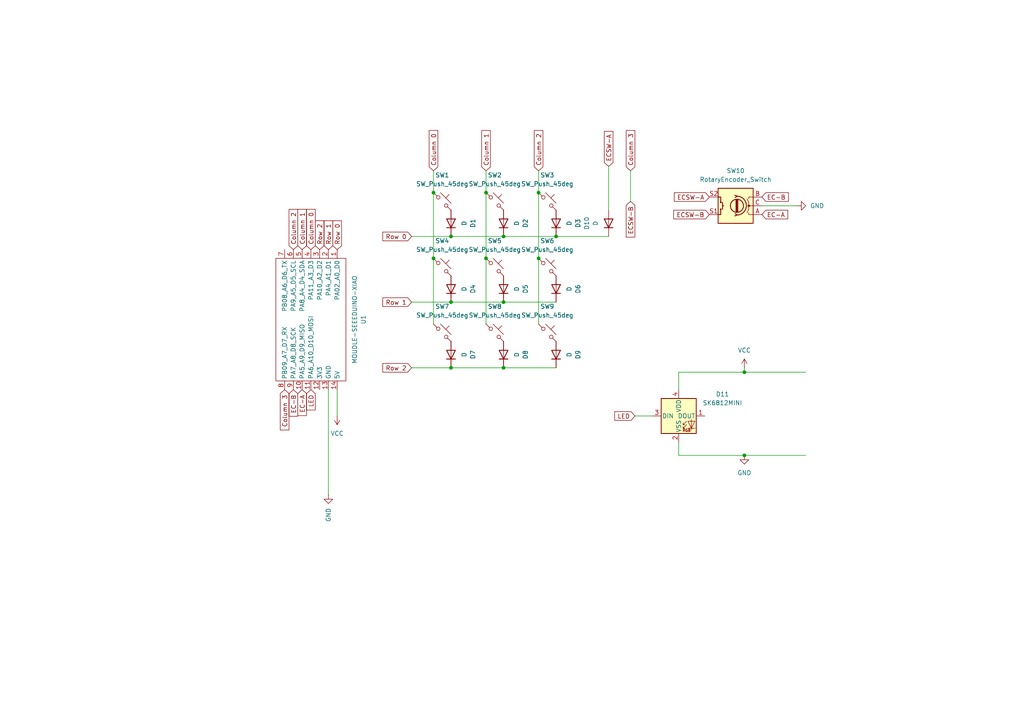
<source format=kicad_sch>
(kicad_sch
	(version 20231120)
	(generator "eeschema")
	(generator_version "8.0")
	(uuid "fbd997db-f4ec-4f9f-b7d0-0ba808154a89")
	(paper "A4")
	(lib_symbols
		(symbol "Device:D"
			(pin_numbers hide)
			(pin_names
				(offset 1.016) hide)
			(exclude_from_sim no)
			(in_bom yes)
			(on_board yes)
			(property "Reference" "D"
				(at 0 2.54 0)
				(effects
					(font
						(size 1.27 1.27)
					)
				)
			)
			(property "Value" "D"
				(at 0 -2.54 0)
				(effects
					(font
						(size 1.27 1.27)
					)
				)
			)
			(property "Footprint" ""
				(at 0 0 0)
				(effects
					(font
						(size 1.27 1.27)
					)
					(hide yes)
				)
			)
			(property "Datasheet" "~"
				(at 0 0 0)
				(effects
					(font
						(size 1.27 1.27)
					)
					(hide yes)
				)
			)
			(property "Description" "Diode"
				(at 0 0 0)
				(effects
					(font
						(size 1.27 1.27)
					)
					(hide yes)
				)
			)
			(property "Sim.Device" "D"
				(at 0 0 0)
				(effects
					(font
						(size 1.27 1.27)
					)
					(hide yes)
				)
			)
			(property "Sim.Pins" "1=K 2=A"
				(at 0 0 0)
				(effects
					(font
						(size 1.27 1.27)
					)
					(hide yes)
				)
			)
			(property "ki_keywords" "diode"
				(at 0 0 0)
				(effects
					(font
						(size 1.27 1.27)
					)
					(hide yes)
				)
			)
			(property "ki_fp_filters" "TO-???* *_Diode_* *SingleDiode* D_*"
				(at 0 0 0)
				(effects
					(font
						(size 1.27 1.27)
					)
					(hide yes)
				)
			)
			(symbol "D_0_1"
				(polyline
					(pts
						(xy -1.27 1.27) (xy -1.27 -1.27)
					)
					(stroke
						(width 0.254)
						(type default)
					)
					(fill
						(type none)
					)
				)
				(polyline
					(pts
						(xy 1.27 0) (xy -1.27 0)
					)
					(stroke
						(width 0)
						(type default)
					)
					(fill
						(type none)
					)
				)
				(polyline
					(pts
						(xy 1.27 1.27) (xy 1.27 -1.27) (xy -1.27 0) (xy 1.27 1.27)
					)
					(stroke
						(width 0.254)
						(type default)
					)
					(fill
						(type none)
					)
				)
			)
			(symbol "D_1_1"
				(pin passive line
					(at -3.81 0 0)
					(length 2.54)
					(name "K"
						(effects
							(font
								(size 1.27 1.27)
							)
						)
					)
					(number "1"
						(effects
							(font
								(size 1.27 1.27)
							)
						)
					)
				)
				(pin passive line
					(at 3.81 0 180)
					(length 2.54)
					(name "A"
						(effects
							(font
								(size 1.27 1.27)
							)
						)
					)
					(number "2"
						(effects
							(font
								(size 1.27 1.27)
							)
						)
					)
				)
			)
		)
		(symbol "Device:RotaryEncoder_Switch"
			(pin_names
				(offset 0.254) hide)
			(exclude_from_sim no)
			(in_bom yes)
			(on_board yes)
			(property "Reference" "SW"
				(at 0 6.604 0)
				(effects
					(font
						(size 1.27 1.27)
					)
				)
			)
			(property "Value" "RotaryEncoder_Switch"
				(at 0 -6.604 0)
				(effects
					(font
						(size 1.27 1.27)
					)
				)
			)
			(property "Footprint" ""
				(at -3.81 4.064 0)
				(effects
					(font
						(size 1.27 1.27)
					)
					(hide yes)
				)
			)
			(property "Datasheet" "~"
				(at 0 6.604 0)
				(effects
					(font
						(size 1.27 1.27)
					)
					(hide yes)
				)
			)
			(property "Description" "Rotary encoder, dual channel, incremental quadrate outputs, with switch"
				(at 0 0 0)
				(effects
					(font
						(size 1.27 1.27)
					)
					(hide yes)
				)
			)
			(property "ki_keywords" "rotary switch encoder switch push button"
				(at 0 0 0)
				(effects
					(font
						(size 1.27 1.27)
					)
					(hide yes)
				)
			)
			(property "ki_fp_filters" "RotaryEncoder*Switch*"
				(at 0 0 0)
				(effects
					(font
						(size 1.27 1.27)
					)
					(hide yes)
				)
			)
			(symbol "RotaryEncoder_Switch_0_1"
				(rectangle
					(start -5.08 5.08)
					(end 5.08 -5.08)
					(stroke
						(width 0.254)
						(type default)
					)
					(fill
						(type background)
					)
				)
				(circle
					(center -3.81 0)
					(radius 0.254)
					(stroke
						(width 0)
						(type default)
					)
					(fill
						(type outline)
					)
				)
				(circle
					(center -0.381 0)
					(radius 1.905)
					(stroke
						(width 0.254)
						(type default)
					)
					(fill
						(type none)
					)
				)
				(arc
					(start -0.381 2.667)
					(mid -3.0988 -0.0635)
					(end -0.381 -2.794)
					(stroke
						(width 0.254)
						(type default)
					)
					(fill
						(type none)
					)
				)
				(polyline
					(pts
						(xy -0.635 -1.778) (xy -0.635 1.778)
					)
					(stroke
						(width 0.254)
						(type default)
					)
					(fill
						(type none)
					)
				)
				(polyline
					(pts
						(xy -0.381 -1.778) (xy -0.381 1.778)
					)
					(stroke
						(width 0.254)
						(type default)
					)
					(fill
						(type none)
					)
				)
				(polyline
					(pts
						(xy -0.127 1.778) (xy -0.127 -1.778)
					)
					(stroke
						(width 0.254)
						(type default)
					)
					(fill
						(type none)
					)
				)
				(polyline
					(pts
						(xy 3.81 0) (xy 3.429 0)
					)
					(stroke
						(width 0.254)
						(type default)
					)
					(fill
						(type none)
					)
				)
				(polyline
					(pts
						(xy 3.81 1.016) (xy 3.81 -1.016)
					)
					(stroke
						(width 0.254)
						(type default)
					)
					(fill
						(type none)
					)
				)
				(polyline
					(pts
						(xy -5.08 -2.54) (xy -3.81 -2.54) (xy -3.81 -2.032)
					)
					(stroke
						(width 0)
						(type default)
					)
					(fill
						(type none)
					)
				)
				(polyline
					(pts
						(xy -5.08 2.54) (xy -3.81 2.54) (xy -3.81 2.032)
					)
					(stroke
						(width 0)
						(type default)
					)
					(fill
						(type none)
					)
				)
				(polyline
					(pts
						(xy 0.254 -3.048) (xy -0.508 -2.794) (xy 0.127 -2.413)
					)
					(stroke
						(width 0.254)
						(type default)
					)
					(fill
						(type none)
					)
				)
				(polyline
					(pts
						(xy 0.254 2.921) (xy -0.508 2.667) (xy 0.127 2.286)
					)
					(stroke
						(width 0.254)
						(type default)
					)
					(fill
						(type none)
					)
				)
				(polyline
					(pts
						(xy 5.08 -2.54) (xy 4.318 -2.54) (xy 4.318 -1.016)
					)
					(stroke
						(width 0.254)
						(type default)
					)
					(fill
						(type none)
					)
				)
				(polyline
					(pts
						(xy 5.08 2.54) (xy 4.318 2.54) (xy 4.318 1.016)
					)
					(stroke
						(width 0.254)
						(type default)
					)
					(fill
						(type none)
					)
				)
				(polyline
					(pts
						(xy -5.08 0) (xy -3.81 0) (xy -3.81 -1.016) (xy -3.302 -2.032)
					)
					(stroke
						(width 0)
						(type default)
					)
					(fill
						(type none)
					)
				)
				(polyline
					(pts
						(xy -4.318 0) (xy -3.81 0) (xy -3.81 1.016) (xy -3.302 2.032)
					)
					(stroke
						(width 0)
						(type default)
					)
					(fill
						(type none)
					)
				)
				(circle
					(center 4.318 -1.016)
					(radius 0.127)
					(stroke
						(width 0.254)
						(type default)
					)
					(fill
						(type none)
					)
				)
				(circle
					(center 4.318 1.016)
					(radius 0.127)
					(stroke
						(width 0.254)
						(type default)
					)
					(fill
						(type none)
					)
				)
			)
			(symbol "RotaryEncoder_Switch_1_1"
				(pin passive line
					(at -7.62 2.54 0)
					(length 2.54)
					(name "A"
						(effects
							(font
								(size 1.27 1.27)
							)
						)
					)
					(number "A"
						(effects
							(font
								(size 1.27 1.27)
							)
						)
					)
				)
				(pin passive line
					(at -7.62 -2.54 0)
					(length 2.54)
					(name "B"
						(effects
							(font
								(size 1.27 1.27)
							)
						)
					)
					(number "B"
						(effects
							(font
								(size 1.27 1.27)
							)
						)
					)
				)
				(pin passive line
					(at -7.62 0 0)
					(length 2.54)
					(name "C"
						(effects
							(font
								(size 1.27 1.27)
							)
						)
					)
					(number "C"
						(effects
							(font
								(size 1.27 1.27)
							)
						)
					)
				)
				(pin passive line
					(at 7.62 2.54 180)
					(length 2.54)
					(name "S1"
						(effects
							(font
								(size 1.27 1.27)
							)
						)
					)
					(number "S1"
						(effects
							(font
								(size 1.27 1.27)
							)
						)
					)
				)
				(pin passive line
					(at 7.62 -2.54 180)
					(length 2.54)
					(name "S2"
						(effects
							(font
								(size 1.27 1.27)
							)
						)
					)
					(number "S2"
						(effects
							(font
								(size 1.27 1.27)
							)
						)
					)
				)
			)
		)
		(symbol "LED:SK6812MINI"
			(pin_names
				(offset 0.254)
			)
			(exclude_from_sim no)
			(in_bom yes)
			(on_board yes)
			(property "Reference" "D"
				(at 5.08 5.715 0)
				(effects
					(font
						(size 1.27 1.27)
					)
					(justify right bottom)
				)
			)
			(property "Value" "SK6812MINI"
				(at 1.27 -5.715 0)
				(effects
					(font
						(size 1.27 1.27)
					)
					(justify left top)
				)
			)
			(property "Footprint" "LED_SMD:LED_SK6812MINI_PLCC4_3.5x3.5mm_P1.75mm"
				(at 1.27 -7.62 0)
				(effects
					(font
						(size 1.27 1.27)
					)
					(justify left top)
					(hide yes)
				)
			)
			(property "Datasheet" "https://cdn-shop.adafruit.com/product-files/2686/SK6812MINI_REV.01-1-2.pdf"
				(at 2.54 -9.525 0)
				(effects
					(font
						(size 1.27 1.27)
					)
					(justify left top)
					(hide yes)
				)
			)
			(property "Description" "RGB LED with integrated controller"
				(at 0 0 0)
				(effects
					(font
						(size 1.27 1.27)
					)
					(hide yes)
				)
			)
			(property "ki_keywords" "RGB LED NeoPixel Mini addressable"
				(at 0 0 0)
				(effects
					(font
						(size 1.27 1.27)
					)
					(hide yes)
				)
			)
			(property "ki_fp_filters" "LED*SK6812MINI*PLCC*3.5x3.5mm*P1.75mm*"
				(at 0 0 0)
				(effects
					(font
						(size 1.27 1.27)
					)
					(hide yes)
				)
			)
			(symbol "SK6812MINI_0_0"
				(text "RGB"
					(at 2.286 -4.191 0)
					(effects
						(font
							(size 0.762 0.762)
						)
					)
				)
			)
			(symbol "SK6812MINI_0_1"
				(polyline
					(pts
						(xy 1.27 -3.556) (xy 1.778 -3.556)
					)
					(stroke
						(width 0)
						(type default)
					)
					(fill
						(type none)
					)
				)
				(polyline
					(pts
						(xy 1.27 -2.54) (xy 1.778 -2.54)
					)
					(stroke
						(width 0)
						(type default)
					)
					(fill
						(type none)
					)
				)
				(polyline
					(pts
						(xy 4.699 -3.556) (xy 2.667 -3.556)
					)
					(stroke
						(width 0)
						(type default)
					)
					(fill
						(type none)
					)
				)
				(polyline
					(pts
						(xy 2.286 -2.54) (xy 1.27 -3.556) (xy 1.27 -3.048)
					)
					(stroke
						(width 0)
						(type default)
					)
					(fill
						(type none)
					)
				)
				(polyline
					(pts
						(xy 2.286 -1.524) (xy 1.27 -2.54) (xy 1.27 -2.032)
					)
					(stroke
						(width 0)
						(type default)
					)
					(fill
						(type none)
					)
				)
				(polyline
					(pts
						(xy 3.683 -1.016) (xy 3.683 -3.556) (xy 3.683 -4.064)
					)
					(stroke
						(width 0)
						(type default)
					)
					(fill
						(type none)
					)
				)
				(polyline
					(pts
						(xy 4.699 -1.524) (xy 2.667 -1.524) (xy 3.683 -3.556) (xy 4.699 -1.524)
					)
					(stroke
						(width 0)
						(type default)
					)
					(fill
						(type none)
					)
				)
				(rectangle
					(start 5.08 5.08)
					(end -5.08 -5.08)
					(stroke
						(width 0.254)
						(type default)
					)
					(fill
						(type background)
					)
				)
			)
			(symbol "SK6812MINI_1_1"
				(pin output line
					(at 7.62 0 180)
					(length 2.54)
					(name "DOUT"
						(effects
							(font
								(size 1.27 1.27)
							)
						)
					)
					(number "1"
						(effects
							(font
								(size 1.27 1.27)
							)
						)
					)
				)
				(pin power_in line
					(at 0 -7.62 90)
					(length 2.54)
					(name "VSS"
						(effects
							(font
								(size 1.27 1.27)
							)
						)
					)
					(number "2"
						(effects
							(font
								(size 1.27 1.27)
							)
						)
					)
				)
				(pin input line
					(at -7.62 0 0)
					(length 2.54)
					(name "DIN"
						(effects
							(font
								(size 1.27 1.27)
							)
						)
					)
					(number "3"
						(effects
							(font
								(size 1.27 1.27)
							)
						)
					)
				)
				(pin power_in line
					(at 0 7.62 270)
					(length 2.54)
					(name "VDD"
						(effects
							(font
								(size 1.27 1.27)
							)
						)
					)
					(number "4"
						(effects
							(font
								(size 1.27 1.27)
							)
						)
					)
				)
			)
		)
		(symbol "MOUDLE-SEEEDUINO-XIAO:MOUDLE-SEEEDUINO-XIAO"
			(exclude_from_sim no)
			(in_bom yes)
			(on_board yes)
			(property "Reference" "U"
				(at -16.51 11.43 0)
				(effects
					(font
						(size 1.27 1.27)
					)
				)
			)
			(property "Value" "MOUDLE-SEEEDUINO-XIAO"
				(at -3.81 -11.43 0)
				(effects
					(font
						(size 1.27 1.27)
					)
				)
			)
			(property "Footprint" ""
				(at -16.51 2.54 0)
				(effects
					(font
						(size 1.27 1.27)
					)
					(hide yes)
				)
			)
			(property "Datasheet" ""
				(at -16.51 2.54 0)
				(effects
					(font
						(size 1.27 1.27)
					)
					(hide yes)
				)
			)
			(property "Description" ""
				(at 0 0 0)
				(effects
					(font
						(size 1.27 1.27)
					)
					(hide yes)
				)
			)
			(symbol "MOUDLE-SEEEDUINO-XIAO_0_1"
				(rectangle
					(start -16.51 10.16)
					(end 19.05 -10.16)
					(stroke
						(width 0)
						(type default)
					)
					(fill
						(type none)
					)
				)
			)
			(symbol "MOUDLE-SEEEDUINO-XIAO_1_1"
				(pin passive line
					(at -19.05 7.62 0)
					(length 2.54)
					(name "PA02_A0_D0"
						(effects
							(font
								(size 1.27 1.27)
							)
						)
					)
					(number "1"
						(effects
							(font
								(size 1.27 1.27)
							)
						)
					)
				)
				(pin passive line
					(at 21.59 -2.54 180)
					(length 2.54)
					(name "PA5_A9_D9_MISO"
						(effects
							(font
								(size 1.27 1.27)
							)
						)
					)
					(number "10"
						(effects
							(font
								(size 1.27 1.27)
							)
						)
					)
				)
				(pin passive line
					(at 21.59 0 180)
					(length 2.54)
					(name "PA6_A10_D10_MOSI"
						(effects
							(font
								(size 1.27 1.27)
							)
						)
					)
					(number "11"
						(effects
							(font
								(size 1.27 1.27)
							)
						)
					)
				)
				(pin passive line
					(at 21.59 2.54 180)
					(length 2.54)
					(name "3V3"
						(effects
							(font
								(size 1.27 1.27)
							)
						)
					)
					(number "12"
						(effects
							(font
								(size 1.27 1.27)
							)
						)
					)
				)
				(pin passive line
					(at 21.59 5.08 180)
					(length 2.54)
					(name "GND"
						(effects
							(font
								(size 1.27 1.27)
							)
						)
					)
					(number "13"
						(effects
							(font
								(size 1.27 1.27)
							)
						)
					)
				)
				(pin passive line
					(at 21.59 7.62 180)
					(length 2.54)
					(name "5V"
						(effects
							(font
								(size 1.27 1.27)
							)
						)
					)
					(number "14"
						(effects
							(font
								(size 1.27 1.27)
							)
						)
					)
				)
				(pin passive line
					(at -19.05 5.08 0)
					(length 2.54)
					(name "PA4_A1_D1"
						(effects
							(font
								(size 1.27 1.27)
							)
						)
					)
					(number "2"
						(effects
							(font
								(size 1.27 1.27)
							)
						)
					)
				)
				(pin passive line
					(at -19.05 2.54 0)
					(length 2.54)
					(name "PA10_A2_D2"
						(effects
							(font
								(size 1.27 1.27)
							)
						)
					)
					(number "3"
						(effects
							(font
								(size 1.27 1.27)
							)
						)
					)
				)
				(pin passive line
					(at -19.05 0 0)
					(length 2.54)
					(name "PA11_A3_D3"
						(effects
							(font
								(size 1.27 1.27)
							)
						)
					)
					(number "4"
						(effects
							(font
								(size 1.27 1.27)
							)
						)
					)
				)
				(pin passive line
					(at -19.05 -2.54 0)
					(length 2.54)
					(name "PA8_A4_D4_SDA"
						(effects
							(font
								(size 1.27 1.27)
							)
						)
					)
					(number "5"
						(effects
							(font
								(size 1.27 1.27)
							)
						)
					)
				)
				(pin passive line
					(at -19.05 -5.08 0)
					(length 2.54)
					(name "PA9_A5_D5_SCL"
						(effects
							(font
								(size 1.27 1.27)
							)
						)
					)
					(number "6"
						(effects
							(font
								(size 1.27 1.27)
							)
						)
					)
				)
				(pin passive line
					(at -19.05 -7.62 0)
					(length 2.54)
					(name "PB08_A6_D6_TX"
						(effects
							(font
								(size 1.27 1.27)
							)
						)
					)
					(number "7"
						(effects
							(font
								(size 1.27 1.27)
							)
						)
					)
				)
				(pin passive line
					(at 21.59 -7.62 180)
					(length 2.54)
					(name "PB09_A7_D7_RX"
						(effects
							(font
								(size 1.27 1.27)
							)
						)
					)
					(number "8"
						(effects
							(font
								(size 1.27 1.27)
							)
						)
					)
				)
				(pin passive line
					(at 21.59 -5.08 180)
					(length 2.54)
					(name "PA7_A8_D8_SCK"
						(effects
							(font
								(size 1.27 1.27)
							)
						)
					)
					(number "9"
						(effects
							(font
								(size 1.27 1.27)
							)
						)
					)
				)
			)
		)
		(symbol "Switch:SW_Push_45deg"
			(pin_numbers hide)
			(pin_names
				(offset 1.016) hide)
			(exclude_from_sim no)
			(in_bom yes)
			(on_board yes)
			(property "Reference" "SW"
				(at 3.048 1.016 0)
				(effects
					(font
						(size 1.27 1.27)
					)
					(justify left)
				)
			)
			(property "Value" "SW_Push_45deg"
				(at 0 -3.81 0)
				(effects
					(font
						(size 1.27 1.27)
					)
				)
			)
			(property "Footprint" ""
				(at 0 0 0)
				(effects
					(font
						(size 1.27 1.27)
					)
					(hide yes)
				)
			)
			(property "Datasheet" "~"
				(at 0 0 0)
				(effects
					(font
						(size 1.27 1.27)
					)
					(hide yes)
				)
			)
			(property "Description" "Push button switch, normally open, two pins, 45° tilted"
				(at 0 0 0)
				(effects
					(font
						(size 1.27 1.27)
					)
					(hide yes)
				)
			)
			(property "ki_keywords" "switch normally-open pushbutton push-button"
				(at 0 0 0)
				(effects
					(font
						(size 1.27 1.27)
					)
					(hide yes)
				)
			)
			(symbol "SW_Push_45deg_0_1"
				(circle
					(center -1.1684 1.1684)
					(radius 0.508)
					(stroke
						(width 0)
						(type default)
					)
					(fill
						(type none)
					)
				)
				(polyline
					(pts
						(xy -0.508 2.54) (xy 2.54 -0.508)
					)
					(stroke
						(width 0)
						(type default)
					)
					(fill
						(type none)
					)
				)
				(polyline
					(pts
						(xy 1.016 1.016) (xy 2.032 2.032)
					)
					(stroke
						(width 0)
						(type default)
					)
					(fill
						(type none)
					)
				)
				(polyline
					(pts
						(xy -2.54 2.54) (xy -1.524 1.524) (xy -1.524 1.524)
					)
					(stroke
						(width 0)
						(type default)
					)
					(fill
						(type none)
					)
				)
				(polyline
					(pts
						(xy 1.524 -1.524) (xy 2.54 -2.54) (xy 2.54 -2.54) (xy 2.54 -2.54)
					)
					(stroke
						(width 0)
						(type default)
					)
					(fill
						(type none)
					)
				)
				(circle
					(center 1.143 -1.1938)
					(radius 0.508)
					(stroke
						(width 0)
						(type default)
					)
					(fill
						(type none)
					)
				)
				(pin passive line
					(at -2.54 2.54 0)
					(length 0)
					(name "1"
						(effects
							(font
								(size 1.27 1.27)
							)
						)
					)
					(number "1"
						(effects
							(font
								(size 1.27 1.27)
							)
						)
					)
				)
				(pin passive line
					(at 2.54 -2.54 180)
					(length 0)
					(name "2"
						(effects
							(font
								(size 1.27 1.27)
							)
						)
					)
					(number "2"
						(effects
							(font
								(size 1.27 1.27)
							)
						)
					)
				)
			)
		)
		(symbol "power:GND"
			(power)
			(pin_numbers hide)
			(pin_names
				(offset 0) hide)
			(exclude_from_sim no)
			(in_bom yes)
			(on_board yes)
			(property "Reference" "#PWR"
				(at 0 -6.35 0)
				(effects
					(font
						(size 1.27 1.27)
					)
					(hide yes)
				)
			)
			(property "Value" "GND"
				(at 0 -3.81 0)
				(effects
					(font
						(size 1.27 1.27)
					)
				)
			)
			(property "Footprint" ""
				(at 0 0 0)
				(effects
					(font
						(size 1.27 1.27)
					)
					(hide yes)
				)
			)
			(property "Datasheet" ""
				(at 0 0 0)
				(effects
					(font
						(size 1.27 1.27)
					)
					(hide yes)
				)
			)
			(property "Description" "Power symbol creates a global label with name \"GND\" , ground"
				(at 0 0 0)
				(effects
					(font
						(size 1.27 1.27)
					)
					(hide yes)
				)
			)
			(property "ki_keywords" "global power"
				(at 0 0 0)
				(effects
					(font
						(size 1.27 1.27)
					)
					(hide yes)
				)
			)
			(symbol "GND_0_1"
				(polyline
					(pts
						(xy 0 0) (xy 0 -1.27) (xy 1.27 -1.27) (xy 0 -2.54) (xy -1.27 -1.27) (xy 0 -1.27)
					)
					(stroke
						(width 0)
						(type default)
					)
					(fill
						(type none)
					)
				)
			)
			(symbol "GND_1_1"
				(pin power_in line
					(at 0 0 270)
					(length 0)
					(name "~"
						(effects
							(font
								(size 1.27 1.27)
							)
						)
					)
					(number "1"
						(effects
							(font
								(size 1.27 1.27)
							)
						)
					)
				)
			)
		)
		(symbol "power:VCC"
			(power)
			(pin_numbers hide)
			(pin_names
				(offset 0) hide)
			(exclude_from_sim no)
			(in_bom yes)
			(on_board yes)
			(property "Reference" "#PWR"
				(at 0 -3.81 0)
				(effects
					(font
						(size 1.27 1.27)
					)
					(hide yes)
				)
			)
			(property "Value" "VCC"
				(at 0 3.556 0)
				(effects
					(font
						(size 1.27 1.27)
					)
				)
			)
			(property "Footprint" ""
				(at 0 0 0)
				(effects
					(font
						(size 1.27 1.27)
					)
					(hide yes)
				)
			)
			(property "Datasheet" ""
				(at 0 0 0)
				(effects
					(font
						(size 1.27 1.27)
					)
					(hide yes)
				)
			)
			(property "Description" "Power symbol creates a global label with name \"VCC\""
				(at 0 0 0)
				(effects
					(font
						(size 1.27 1.27)
					)
					(hide yes)
				)
			)
			(property "ki_keywords" "global power"
				(at 0 0 0)
				(effects
					(font
						(size 1.27 1.27)
					)
					(hide yes)
				)
			)
			(symbol "VCC_0_1"
				(polyline
					(pts
						(xy -0.762 1.27) (xy 0 2.54)
					)
					(stroke
						(width 0)
						(type default)
					)
					(fill
						(type none)
					)
				)
				(polyline
					(pts
						(xy 0 0) (xy 0 2.54)
					)
					(stroke
						(width 0)
						(type default)
					)
					(fill
						(type none)
					)
				)
				(polyline
					(pts
						(xy 0 2.54) (xy 0.762 1.27)
					)
					(stroke
						(width 0)
						(type default)
					)
					(fill
						(type none)
					)
				)
			)
			(symbol "VCC_1_1"
				(pin power_in line
					(at 0 0 90)
					(length 0)
					(name "~"
						(effects
							(font
								(size 1.27 1.27)
							)
						)
					)
					(number "1"
						(effects
							(font
								(size 1.27 1.27)
							)
						)
					)
				)
			)
		)
	)
	(junction
		(at 146.05 106.68)
		(diameter 0)
		(color 0 0 0 0)
		(uuid "0e99a977-3fc8-47f1-b97e-e13704f0283b")
	)
	(junction
		(at 161.29 68.58)
		(diameter 0)
		(color 0 0 0 0)
		(uuid "4c232aa3-059d-42ad-9ba8-c0f17310cf51")
	)
	(junction
		(at 146.05 68.58)
		(diameter 0)
		(color 0 0 0 0)
		(uuid "545294d7-bd9d-449b-8855-d9245a2b9608")
	)
	(junction
		(at 146.05 87.63)
		(diameter 0)
		(color 0 0 0 0)
		(uuid "56f5cc6a-8d5c-4e17-81e2-ae0af41bda1c")
	)
	(junction
		(at 130.81 87.63)
		(diameter 0)
		(color 0 0 0 0)
		(uuid "61cd1d07-35d6-4621-aa29-dc92248adbd3")
	)
	(junction
		(at 140.97 55.88)
		(diameter 0)
		(color 0 0 0 0)
		(uuid "75ccb62e-2cf8-414f-9f4d-398a19ba45b4")
	)
	(junction
		(at 215.9 132.08)
		(diameter 0)
		(color 0 0 0 0)
		(uuid "7d5473c7-68f2-4a83-af97-ca39e23ccebb")
	)
	(junction
		(at 125.73 55.88)
		(diameter 0)
		(color 0 0 0 0)
		(uuid "876599c2-c8ca-44a8-b8c9-ba24fef626dd")
	)
	(junction
		(at 125.73 74.93)
		(diameter 0)
		(color 0 0 0 0)
		(uuid "9509a595-e120-4dcd-8e6f-bfc8293451c3")
	)
	(junction
		(at 215.9 107.95)
		(diameter 0)
		(color 0 0 0 0)
		(uuid "9b5583a5-3c20-4280-814b-9f29b3f95de6")
	)
	(junction
		(at 130.81 106.68)
		(diameter 0)
		(color 0 0 0 0)
		(uuid "b9e55d65-4afa-479a-a374-7ccd98b10dbd")
	)
	(junction
		(at 130.81 68.58)
		(diameter 0)
		(color 0 0 0 0)
		(uuid "b9fbf191-c00c-4c54-9cce-cdf6728e9ec1")
	)
	(junction
		(at 156.21 74.93)
		(diameter 0)
		(color 0 0 0 0)
		(uuid "dc58e8f5-f787-48fc-aa8d-cf222205f7a4")
	)
	(junction
		(at 156.21 55.88)
		(diameter 0)
		(color 0 0 0 0)
		(uuid "dd9b8c96-ba58-47f0-9818-045018495e3b")
	)
	(junction
		(at 140.97 74.93)
		(diameter 0)
		(color 0 0 0 0)
		(uuid "e382fd36-6c28-40b5-8066-dd297516c295")
	)
	(wire
		(pts
			(xy 146.05 68.58) (xy 161.29 68.58)
		)
		(stroke
			(width 0)
			(type default)
		)
		(uuid "0a7d8aed-a704-4bce-b50a-640cf4c628c3")
	)
	(wire
		(pts
			(xy 215.9 107.95) (xy 233.68 107.95)
		)
		(stroke
			(width 0)
			(type default)
		)
		(uuid "0cdd6d70-e280-4ab1-95d2-93ca73843b9f")
	)
	(wire
		(pts
			(xy 182.88 49.53) (xy 182.88 58.42)
		)
		(stroke
			(width 0)
			(type default)
		)
		(uuid "12fc610e-a9ee-459d-ab99-447fcd2d97e2")
	)
	(wire
		(pts
			(xy 125.73 49.53) (xy 125.73 55.88)
		)
		(stroke
			(width 0)
			(type default)
		)
		(uuid "1a6ed101-b503-4aea-9a19-4d04ec30db38")
	)
	(wire
		(pts
			(xy 119.38 106.68) (xy 130.81 106.68)
		)
		(stroke
			(width 0)
			(type default)
		)
		(uuid "2a318da9-0bf5-4e3e-9cf8-2bf5bd39545f")
	)
	(wire
		(pts
			(xy 161.29 68.58) (xy 176.53 68.58)
		)
		(stroke
			(width 0)
			(type default)
		)
		(uuid "2dee6525-04df-4f27-bd50-77b6fb378e5a")
	)
	(wire
		(pts
			(xy 125.73 55.88) (xy 125.73 74.93)
		)
		(stroke
			(width 0)
			(type default)
		)
		(uuid "381a40ea-fce7-4d92-8977-895513490046")
	)
	(wire
		(pts
			(xy 176.53 48.26) (xy 176.53 60.96)
		)
		(stroke
			(width 0)
			(type default)
		)
		(uuid "39ba0e7a-d513-4740-aeaf-ab12dbc49ecd")
	)
	(wire
		(pts
			(xy 119.38 87.63) (xy 130.81 87.63)
		)
		(stroke
			(width 0)
			(type default)
		)
		(uuid "3e7e8255-9897-4a20-82b0-7981ef3a8d9b")
	)
	(wire
		(pts
			(xy 156.21 55.88) (xy 156.21 74.93)
		)
		(stroke
			(width 0)
			(type default)
		)
		(uuid "4445afff-a702-4113-bd97-7f314b39cb54")
	)
	(wire
		(pts
			(xy 95.25 143.51) (xy 95.25 113.03)
		)
		(stroke
			(width 0)
			(type default)
		)
		(uuid "4f867c42-dfa7-44b0-9e04-d0c258d8f68b")
	)
	(wire
		(pts
			(xy 130.81 106.68) (xy 146.05 106.68)
		)
		(stroke
			(width 0)
			(type default)
		)
		(uuid "50fb65e6-8c2e-4d16-9e1d-8db205f74c06")
	)
	(wire
		(pts
			(xy 140.97 55.88) (xy 140.97 74.93)
		)
		(stroke
			(width 0)
			(type default)
		)
		(uuid "57206ed7-8a9a-4f0e-a77e-83eebcf3cb45")
	)
	(wire
		(pts
			(xy 146.05 106.68) (xy 161.29 106.68)
		)
		(stroke
			(width 0)
			(type default)
		)
		(uuid "59815d1f-8d49-4306-aae0-d7a4e9a3788d")
	)
	(wire
		(pts
			(xy 215.9 106.68) (xy 215.9 107.95)
		)
		(stroke
			(width 0)
			(type default)
		)
		(uuid "6854b8e7-2468-4217-ba49-f4eb326393c0")
	)
	(wire
		(pts
			(xy 196.85 132.08) (xy 215.9 132.08)
		)
		(stroke
			(width 0)
			(type default)
		)
		(uuid "71c915ae-f3b9-4b2a-b822-8e43abd28ca3")
	)
	(wire
		(pts
			(xy 215.9 132.08) (xy 233.68 132.08)
		)
		(stroke
			(width 0)
			(type default)
		)
		(uuid "724a2d62-2182-4222-b84d-e2ab42a5af35")
	)
	(wire
		(pts
			(xy 231.14 59.69) (xy 220.98 59.69)
		)
		(stroke
			(width 0)
			(type default)
		)
		(uuid "7b107b59-3e1d-40ff-ba27-4689a126251e")
	)
	(wire
		(pts
			(xy 146.05 87.63) (xy 161.29 87.63)
		)
		(stroke
			(width 0)
			(type default)
		)
		(uuid "7b9c9f54-77c0-45d9-9ec1-da71cf8732c1")
	)
	(wire
		(pts
			(xy 156.21 49.53) (xy 156.21 55.88)
		)
		(stroke
			(width 0)
			(type default)
		)
		(uuid "9834bb8f-8dca-4fd3-9e01-833b9246799e")
	)
	(wire
		(pts
			(xy 125.73 74.93) (xy 125.73 93.98)
		)
		(stroke
			(width 0)
			(type default)
		)
		(uuid "b4687320-7022-45bc-9995-768d2a2fa268")
	)
	(wire
		(pts
			(xy 196.85 113.03) (xy 196.85 107.95)
		)
		(stroke
			(width 0)
			(type default)
		)
		(uuid "ba9ca331-1b33-4efa-b6f2-6961366df7bb")
	)
	(wire
		(pts
			(xy 97.79 113.03) (xy 97.79 120.65)
		)
		(stroke
			(width 0)
			(type default)
		)
		(uuid "c55a80d4-57db-48a6-a021-cb6332ff131d")
	)
	(wire
		(pts
			(xy 196.85 128.27) (xy 196.85 132.08)
		)
		(stroke
			(width 0)
			(type default)
		)
		(uuid "cbb0d7f1-d4c3-4147-97ae-82dbd4106a80")
	)
	(wire
		(pts
			(xy 140.97 74.93) (xy 140.97 93.98)
		)
		(stroke
			(width 0)
			(type default)
		)
		(uuid "cf3c93d7-3902-44da-900f-d5f7ea47c4c0")
	)
	(wire
		(pts
			(xy 140.97 49.53) (xy 140.97 55.88)
		)
		(stroke
			(width 0)
			(type default)
		)
		(uuid "d1339500-f787-4b9f-96b9-2eff6ec30d50")
	)
	(wire
		(pts
			(xy 130.81 68.58) (xy 146.05 68.58)
		)
		(stroke
			(width 0)
			(type default)
		)
		(uuid "d14a582e-0724-4a67-a715-10f28c036c4f")
	)
	(wire
		(pts
			(xy 184.15 120.65) (xy 189.23 120.65)
		)
		(stroke
			(width 0)
			(type default)
		)
		(uuid "e3e188d7-d5e8-4008-92c6-a15bda7feda5")
	)
	(wire
		(pts
			(xy 130.81 87.63) (xy 146.05 87.63)
		)
		(stroke
			(width 0)
			(type default)
		)
		(uuid "e8d2faa2-0797-458d-b116-f48695c4c90d")
	)
	(wire
		(pts
			(xy 156.21 74.93) (xy 156.21 93.98)
		)
		(stroke
			(width 0)
			(type default)
		)
		(uuid "ed28bd74-977e-46fe-9a74-427f386dafbb")
	)
	(wire
		(pts
			(xy 119.38 68.58) (xy 130.81 68.58)
		)
		(stroke
			(width 0)
			(type default)
		)
		(uuid "f33bc795-6377-4059-959a-dde05623a5f0")
	)
	(wire
		(pts
			(xy 196.85 107.95) (xy 215.9 107.95)
		)
		(stroke
			(width 0)
			(type default)
		)
		(uuid "ff8545ba-c672-4f54-bc33-8424f6bc45a0")
	)
	(global_label "EC-B"
		(shape input)
		(at 220.98 57.15 0)
		(fields_autoplaced yes)
		(effects
			(font
				(size 1.27 1.27)
			)
			(justify left)
		)
		(uuid "049358b4-ba80-447f-bcef-01b1c82b47ef")
		(property "Intersheetrefs" "${INTERSHEET_REFS}"
			(at 229.2266 57.15 0)
			(effects
				(font
					(size 1.27 1.27)
				)
				(justify left)
				(hide yes)
			)
		)
	)
	(global_label "Column 2"
		(shape input)
		(at 156.21 49.53 90)
		(fields_autoplaced yes)
		(effects
			(font
				(size 1.27 1.27)
			)
			(justify left)
		)
		(uuid "0777c14f-3deb-46e3-ac25-0bad2ef6cf95")
		(property "Intersheetrefs" "${INTERSHEET_REFS}"
			(at 156.21 37.2922 90)
			(effects
				(font
					(size 1.27 1.27)
				)
				(justify left)
				(hide yes)
			)
		)
	)
	(global_label "Column 1"
		(shape input)
		(at 140.97 49.53 90)
		(fields_autoplaced yes)
		(effects
			(font
				(size 1.27 1.27)
			)
			(justify left)
		)
		(uuid "15ea5b49-cf7d-4496-bfc1-baa25ef379cb")
		(property "Intersheetrefs" "${INTERSHEET_REFS}"
			(at 140.97 37.2922 90)
			(effects
				(font
					(size 1.27 1.27)
				)
				(justify left)
				(hide yes)
			)
		)
	)
	(global_label "LED"
		(shape input)
		(at 90.17 113.03 270)
		(fields_autoplaced yes)
		(effects
			(font
				(size 1.27 1.27)
			)
			(justify right)
		)
		(uuid "1db1e454-780f-4f01-9714-5ca5c533b3e6")
		(property "Intersheetrefs" "${INTERSHEET_REFS}"
			(at 90.17 119.4623 90)
			(effects
				(font
					(size 1.27 1.27)
				)
				(justify right)
				(hide yes)
			)
		)
	)
	(global_label "Column 2"
		(shape input)
		(at 85.09 72.39 90)
		(fields_autoplaced yes)
		(effects
			(font
				(size 1.27 1.27)
			)
			(justify left)
		)
		(uuid "1f1dca78-35e2-4c6e-9bdb-f3d5db90ade0")
		(property "Intersheetrefs" "${INTERSHEET_REFS}"
			(at 85.09 60.1522 90)
			(effects
				(font
					(size 1.27 1.27)
				)
				(justify left)
				(hide yes)
			)
		)
	)
	(global_label "ECSW-A"
		(shape input)
		(at 205.74 57.15 180)
		(fields_autoplaced yes)
		(effects
			(font
				(size 1.27 1.27)
			)
			(justify right)
		)
		(uuid "22dc19b4-950c-4c3b-a8b1-aa1928d96c5a")
		(property "Intersheetrefs" "${INTERSHEET_REFS}"
			(at 195.0139 57.15 0)
			(effects
				(font
					(size 1.27 1.27)
				)
				(justify right)
				(hide yes)
			)
		)
	)
	(global_label "EC-A"
		(shape input)
		(at 220.98 62.23 0)
		(fields_autoplaced yes)
		(effects
			(font
				(size 1.27 1.27)
			)
			(justify left)
		)
		(uuid "44ad7548-849b-4d7c-a72d-4603e80321bc")
		(property "Intersheetrefs" "${INTERSHEET_REFS}"
			(at 229.0452 62.23 0)
			(effects
				(font
					(size 1.27 1.27)
				)
				(justify left)
				(hide yes)
			)
		)
	)
	(global_label "Row 1"
		(shape input)
		(at 95.25 72.39 90)
		(fields_autoplaced yes)
		(effects
			(font
				(size 1.27 1.27)
			)
			(justify left)
		)
		(uuid "530f7cce-1197-4090-919f-bf61592e940f")
		(property "Intersheetrefs" "${INTERSHEET_REFS}"
			(at 95.25 63.4782 90)
			(effects
				(font
					(size 1.27 1.27)
				)
				(justify left)
				(hide yes)
			)
		)
	)
	(global_label "ECSW-A"
		(shape input)
		(at 176.53 48.26 90)
		(fields_autoplaced yes)
		(effects
			(font
				(size 1.27 1.27)
			)
			(justify left)
		)
		(uuid "5e661c58-a502-4c43-9a39-4d67ea034d6c")
		(property "Intersheetrefs" "${INTERSHEET_REFS}"
			(at 176.53 37.5339 90)
			(effects
				(font
					(size 1.27 1.27)
				)
				(justify left)
				(hide yes)
			)
		)
	)
	(global_label "EC-B"
		(shape input)
		(at 85.09 113.03 270)
		(fields_autoplaced yes)
		(effects
			(font
				(size 1.27 1.27)
			)
			(justify right)
		)
		(uuid "61f8391e-b114-4ade-b179-4f4267a3e4c4")
		(property "Intersheetrefs" "${INTERSHEET_REFS}"
			(at 85.09 121.2766 90)
			(effects
				(font
					(size 1.27 1.27)
				)
				(justify right)
				(hide yes)
			)
		)
	)
	(global_label "Column 0"
		(shape input)
		(at 90.17 72.39 90)
		(fields_autoplaced yes)
		(effects
			(font
				(size 1.27 1.27)
			)
			(justify left)
		)
		(uuid "62f0762b-2978-4557-a0d9-70ea7fcf2746")
		(property "Intersheetrefs" "${INTERSHEET_REFS}"
			(at 90.17 60.1522 90)
			(effects
				(font
					(size 1.27 1.27)
				)
				(justify left)
				(hide yes)
			)
		)
	)
	(global_label "Column 3"
		(shape input)
		(at 82.55 113.03 270)
		(fields_autoplaced yes)
		(effects
			(font
				(size 1.27 1.27)
			)
			(justify right)
		)
		(uuid "6be1da8f-0e4d-407a-a408-e85241efdf41")
		(property "Intersheetrefs" "${INTERSHEET_REFS}"
			(at 82.55 125.2678 90)
			(effects
				(font
					(size 1.27 1.27)
				)
				(justify right)
				(hide yes)
			)
		)
	)
	(global_label "Row 2"
		(shape input)
		(at 92.71 72.39 90)
		(fields_autoplaced yes)
		(effects
			(font
				(size 1.27 1.27)
			)
			(justify left)
		)
		(uuid "6ce8b880-2ae5-47eb-b76c-e548a5ed879e")
		(property "Intersheetrefs" "${INTERSHEET_REFS}"
			(at 92.71 63.4782 90)
			(effects
				(font
					(size 1.27 1.27)
				)
				(justify left)
				(hide yes)
			)
		)
	)
	(global_label "Column 3"
		(shape input)
		(at 182.88 49.53 90)
		(fields_autoplaced yes)
		(effects
			(font
				(size 1.27 1.27)
			)
			(justify left)
		)
		(uuid "8e9cea29-4b0a-4fbc-b468-a41e4dfd6015")
		(property "Intersheetrefs" "${INTERSHEET_REFS}"
			(at 182.88 37.2922 90)
			(effects
				(font
					(size 1.27 1.27)
				)
				(justify left)
				(hide yes)
			)
		)
	)
	(global_label "Column 1"
		(shape input)
		(at 87.63 72.39 90)
		(fields_autoplaced yes)
		(effects
			(font
				(size 1.27 1.27)
			)
			(justify left)
		)
		(uuid "ae9f0e96-cc00-428a-aeb4-ce0e7470effb")
		(property "Intersheetrefs" "${INTERSHEET_REFS}"
			(at 87.63 60.1522 90)
			(effects
				(font
					(size 1.27 1.27)
				)
				(justify left)
				(hide yes)
			)
		)
	)
	(global_label "ECSW-B"
		(shape input)
		(at 182.88 58.42 270)
		(fields_autoplaced yes)
		(effects
			(font
				(size 1.27 1.27)
			)
			(justify right)
		)
		(uuid "b1392609-67d0-466f-9101-1ef04c5b1233")
		(property "Intersheetrefs" "${INTERSHEET_REFS}"
			(at 182.88 69.3275 90)
			(effects
				(font
					(size 1.27 1.27)
				)
				(justify right)
				(hide yes)
			)
		)
	)
	(global_label "EC-A"
		(shape input)
		(at 87.63 113.03 270)
		(fields_autoplaced yes)
		(effects
			(font
				(size 1.27 1.27)
			)
			(justify right)
		)
		(uuid "b407c4af-2cfd-442b-b128-3b92c40a0c0f")
		(property "Intersheetrefs" "${INTERSHEET_REFS}"
			(at 87.63 121.0952 90)
			(effects
				(font
					(size 1.27 1.27)
				)
				(justify right)
				(hide yes)
			)
		)
	)
	(global_label "Row 1"
		(shape input)
		(at 119.38 87.63 180)
		(fields_autoplaced yes)
		(effects
			(font
				(size 1.27 1.27)
			)
			(justify right)
		)
		(uuid "bbc8590d-afd0-4a45-a9cd-3dbfdc2a9e11")
		(property "Intersheetrefs" "${INTERSHEET_REFS}"
			(at 110.4682 87.63 0)
			(effects
				(font
					(size 1.27 1.27)
				)
				(justify right)
				(hide yes)
			)
		)
	)
	(global_label "Row 0"
		(shape input)
		(at 97.79 72.39 90)
		(fields_autoplaced yes)
		(effects
			(font
				(size 1.27 1.27)
			)
			(justify left)
		)
		(uuid "bd21aa60-0cc3-425a-9ae1-2a2798359805")
		(property "Intersheetrefs" "${INTERSHEET_REFS}"
			(at 97.79 63.4782 90)
			(effects
				(font
					(size 1.27 1.27)
				)
				(justify left)
				(hide yes)
			)
		)
	)
	(global_label "Row 2"
		(shape input)
		(at 119.38 106.68 180)
		(fields_autoplaced yes)
		(effects
			(font
				(size 1.27 1.27)
			)
			(justify right)
		)
		(uuid "bf7b52ea-b2d4-4294-8d40-f6b872451db2")
		(property "Intersheetrefs" "${INTERSHEET_REFS}"
			(at 110.4682 106.68 0)
			(effects
				(font
					(size 1.27 1.27)
				)
				(justify right)
				(hide yes)
			)
		)
	)
	(global_label "ECSW-B"
		(shape input)
		(at 205.74 62.23 180)
		(fields_autoplaced yes)
		(effects
			(font
				(size 1.27 1.27)
			)
			(justify right)
		)
		(uuid "c0331c3b-5253-4be8-9f15-1c0f93d4a46e")
		(property "Intersheetrefs" "${INTERSHEET_REFS}"
			(at 194.8325 62.23 0)
			(effects
				(font
					(size 1.27 1.27)
				)
				(justify right)
				(hide yes)
			)
		)
	)
	(global_label "Row 0"
		(shape input)
		(at 119.38 68.58 180)
		(fields_autoplaced yes)
		(effects
			(font
				(size 1.27 1.27)
			)
			(justify right)
		)
		(uuid "c98bc0a2-f468-4004-a4f4-1621bdaa6929")
		(property "Intersheetrefs" "${INTERSHEET_REFS}"
			(at 110.4682 68.58 0)
			(effects
				(font
					(size 1.27 1.27)
				)
				(justify right)
				(hide yes)
			)
		)
	)
	(global_label "Column 0"
		(shape input)
		(at 125.73 49.53 90)
		(fields_autoplaced yes)
		(effects
			(font
				(size 1.27 1.27)
			)
			(justify left)
		)
		(uuid "d160ccd5-15bd-47e4-ade3-06f0fafc4003")
		(property "Intersheetrefs" "${INTERSHEET_REFS}"
			(at 125.73 37.2922 90)
			(effects
				(font
					(size 1.27 1.27)
				)
				(justify left)
				(hide yes)
			)
		)
	)
	(global_label "LED"
		(shape input)
		(at 184.15 120.65 180)
		(fields_autoplaced yes)
		(effects
			(font
				(size 1.27 1.27)
			)
			(justify right)
		)
		(uuid "e6e9f35d-ac0e-446b-ba47-cdbc233845af")
		(property "Intersheetrefs" "${INTERSHEET_REFS}"
			(at 177.7177 120.65 0)
			(effects
				(font
					(size 1.27 1.27)
				)
				(justify right)
				(hide yes)
			)
		)
	)
	(symbol
		(lib_id "Switch:SW_Push_45deg")
		(at 158.75 58.42 0)
		(unit 1)
		(exclude_from_sim no)
		(in_bom yes)
		(on_board yes)
		(dnp no)
		(fields_autoplaced yes)
		(uuid "17e1d5c5-c697-4808-bf67-1cd6bd09f78f")
		(property "Reference" "SW3"
			(at 158.75 50.8 0)
			(effects
				(font
					(size 1.27 1.27)
				)
			)
		)
		(property "Value" "SW_Push_45deg"
			(at 158.75 53.34 0)
			(effects
				(font
					(size 1.27 1.27)
				)
			)
		)
		(property "Footprint" "Button_Switch_Keyboard:SW_Cherry_MX_1.00u_PCB"
			(at 158.75 58.42 0)
			(effects
				(font
					(size 1.27 1.27)
				)
				(hide yes)
			)
		)
		(property "Datasheet" "~"
			(at 158.75 58.42 0)
			(effects
				(font
					(size 1.27 1.27)
				)
				(hide yes)
			)
		)
		(property "Description" "Push button switch, normally open, two pins, 45° tilted"
			(at 158.75 58.42 0)
			(effects
				(font
					(size 1.27 1.27)
				)
				(hide yes)
			)
		)
		(pin "2"
			(uuid "b91e1274-a085-432b-9993-f2dfc67bb35b")
		)
		(pin "1"
			(uuid "12041dce-74da-428d-8977-dd0d4b6aa716")
		)
		(instances
			(project "MacroPad"
				(path "/fbd997db-f4ec-4f9f-b7d0-0ba808154a89"
					(reference "SW3")
					(unit 1)
				)
			)
		)
	)
	(symbol
		(lib_id "Switch:SW_Push_45deg")
		(at 128.27 77.47 0)
		(unit 1)
		(exclude_from_sim no)
		(in_bom yes)
		(on_board yes)
		(dnp no)
		(fields_autoplaced yes)
		(uuid "19956559-9bdc-4311-b27a-8c25df495e41")
		(property "Reference" "SW4"
			(at 128.27 69.85 0)
			(effects
				(font
					(size 1.27 1.27)
				)
			)
		)
		(property "Value" "SW_Push_45deg"
			(at 128.27 72.39 0)
			(effects
				(font
					(size 1.27 1.27)
				)
			)
		)
		(property "Footprint" "Button_Switch_Keyboard:SW_Cherry_MX_1.00u_PCB"
			(at 128.27 77.47 0)
			(effects
				(font
					(size 1.27 1.27)
				)
				(hide yes)
			)
		)
		(property "Datasheet" "~"
			(at 128.27 77.47 0)
			(effects
				(font
					(size 1.27 1.27)
				)
				(hide yes)
			)
		)
		(property "Description" "Push button switch, normally open, two pins, 45° tilted"
			(at 128.27 77.47 0)
			(effects
				(font
					(size 1.27 1.27)
				)
				(hide yes)
			)
		)
		(pin "2"
			(uuid "f3660b76-4dfe-47cb-8aad-031193b46d1b")
		)
		(pin "1"
			(uuid "83b0a469-4934-470f-81b4-0448aaee5e54")
		)
		(instances
			(project "MacroPad"
				(path "/fbd997db-f4ec-4f9f-b7d0-0ba808154a89"
					(reference "SW4")
					(unit 1)
				)
			)
		)
	)
	(symbol
		(lib_id "power:GND")
		(at 95.25 143.51 0)
		(mirror y)
		(unit 1)
		(exclude_from_sim no)
		(in_bom yes)
		(on_board yes)
		(dnp no)
		(uuid "1b25c239-2686-42d8-aaaa-4e3f63ae2cfe")
		(property "Reference" "#PWR02"
			(at 95.25 149.86 0)
			(effects
				(font
					(size 1.27 1.27)
				)
				(hide yes)
			)
		)
		(property "Value" "GND"
			(at 95.2499 147.32 90)
			(effects
				(font
					(size 1.27 1.27)
				)
				(justify right)
			)
		)
		(property "Footprint" ""
			(at 95.25 143.51 0)
			(effects
				(font
					(size 1.27 1.27)
				)
				(hide yes)
			)
		)
		(property "Datasheet" ""
			(at 95.25 143.51 0)
			(effects
				(font
					(size 1.27 1.27)
				)
				(hide yes)
			)
		)
		(property "Description" "Power symbol creates a global label with name \"GND\" , ground"
			(at 95.25 143.51 0)
			(effects
				(font
					(size 1.27 1.27)
				)
				(hide yes)
			)
		)
		(pin "1"
			(uuid "03f70a95-d786-4e5a-a901-210ff3502fed")
		)
		(instances
			(project ""
				(path "/fbd997db-f4ec-4f9f-b7d0-0ba808154a89"
					(reference "#PWR02")
					(unit 1)
				)
			)
		)
	)
	(symbol
		(lib_id "power:VCC")
		(at 97.79 120.65 0)
		(mirror x)
		(unit 1)
		(exclude_from_sim no)
		(in_bom yes)
		(on_board yes)
		(dnp no)
		(uuid "21dff6fd-baaa-4981-814c-69558ebea347")
		(property "Reference" "#PWR05"
			(at 97.79 116.84 0)
			(effects
				(font
					(size 1.27 1.27)
				)
				(hide yes)
			)
		)
		(property "Value" "VCC"
			(at 97.79 125.73 0)
			(effects
				(font
					(size 1.27 1.27)
				)
			)
		)
		(property "Footprint" ""
			(at 97.79 120.65 0)
			(effects
				(font
					(size 1.27 1.27)
				)
				(hide yes)
			)
		)
		(property "Datasheet" ""
			(at 97.79 120.65 0)
			(effects
				(font
					(size 1.27 1.27)
				)
				(hide yes)
			)
		)
		(property "Description" "Power symbol creates a global label with name \"VCC\""
			(at 97.79 120.65 0)
			(effects
				(font
					(size 1.27 1.27)
				)
				(hide yes)
			)
		)
		(pin "1"
			(uuid "39d98c8c-4bdd-4a2d-a496-b6d0e943abf7")
		)
		(instances
			(project ""
				(path "/fbd997db-f4ec-4f9f-b7d0-0ba808154a89"
					(reference "#PWR05")
					(unit 1)
				)
			)
		)
	)
	(symbol
		(lib_id "power:VCC")
		(at 215.9 106.68 0)
		(unit 1)
		(exclude_from_sim no)
		(in_bom yes)
		(on_board yes)
		(dnp no)
		(fields_autoplaced yes)
		(uuid "2562d563-6636-4025-8e0f-ff335926f279")
		(property "Reference" "#PWR04"
			(at 215.9 110.49 0)
			(effects
				(font
					(size 1.27 1.27)
				)
				(hide yes)
			)
		)
		(property "Value" "VCC"
			(at 215.9 101.6 0)
			(effects
				(font
					(size 1.27 1.27)
				)
			)
		)
		(property "Footprint" ""
			(at 215.9 106.68 0)
			(effects
				(font
					(size 1.27 1.27)
				)
				(hide yes)
			)
		)
		(property "Datasheet" ""
			(at 215.9 106.68 0)
			(effects
				(font
					(size 1.27 1.27)
				)
				(hide yes)
			)
		)
		(property "Description" "Power symbol creates a global label with name \"VCC\""
			(at 215.9 106.68 0)
			(effects
				(font
					(size 1.27 1.27)
				)
				(hide yes)
			)
		)
		(pin "1"
			(uuid "1451f0af-2342-46bd-b0ee-46c7db73b6ff")
		)
		(instances
			(project ""
				(path "/fbd997db-f4ec-4f9f-b7d0-0ba808154a89"
					(reference "#PWR04")
					(unit 1)
				)
			)
		)
	)
	(symbol
		(lib_id "Device:D")
		(at 130.81 64.77 270)
		(mirror x)
		(unit 1)
		(exclude_from_sim no)
		(in_bom yes)
		(on_board yes)
		(dnp no)
		(uuid "2ce38796-cc4b-4a29-9aa0-75d3536fb689")
		(property "Reference" "D1"
			(at 137.16 64.77 0)
			(effects
				(font
					(size 1.27 1.27)
				)
			)
		)
		(property "Value" "D"
			(at 134.62 64.77 0)
			(effects
				(font
					(size 1.27 1.27)
				)
			)
		)
		(property "Footprint" "Diode_THT:D_DO-35_SOD27_P7.62mm_Horizontal"
			(at 130.81 64.77 0)
			(effects
				(font
					(size 1.27 1.27)
				)
				(hide yes)
			)
		)
		(property "Datasheet" "~"
			(at 130.81 64.77 0)
			(effects
				(font
					(size 1.27 1.27)
				)
				(hide yes)
			)
		)
		(property "Description" "Diode"
			(at 130.81 64.77 0)
			(effects
				(font
					(size 1.27 1.27)
				)
				(hide yes)
			)
		)
		(property "Sim.Device" "D"
			(at 130.81 64.77 0)
			(effects
				(font
					(size 1.27 1.27)
				)
				(hide yes)
			)
		)
		(property "Sim.Pins" "1=K 2=A"
			(at 130.81 64.77 0)
			(effects
				(font
					(size 1.27 1.27)
				)
				(hide yes)
			)
		)
		(pin "1"
			(uuid "39d8cf96-8357-4b80-a2a1-e3ec37aa9190")
		)
		(pin "2"
			(uuid "f54f9769-d4cf-4b4e-a187-8bdffc76372a")
		)
		(instances
			(project ""
				(path "/fbd997db-f4ec-4f9f-b7d0-0ba808154a89"
					(reference "D1")
					(unit 1)
				)
			)
		)
	)
	(symbol
		(lib_id "MOUDLE-SEEEDUINO-XIAO:MOUDLE-SEEEDUINO-XIAO")
		(at 90.17 91.44 270)
		(unit 1)
		(exclude_from_sim no)
		(in_bom yes)
		(on_board yes)
		(dnp no)
		(fields_autoplaced yes)
		(uuid "304b3ebc-5580-49f1-9415-60ae4358174b")
		(property "Reference" "U1"
			(at 105.41 92.71 0)
			(effects
				(font
					(size 1.27 1.27)
				)
			)
		)
		(property "Value" "MOUDLE-SEEEDUINO-XIAO"
			(at 102.87 92.71 0)
			(effects
				(font
					(size 1.27 1.27)
				)
			)
		)
		(property "Footprint" "XIAO2040:XIAO-RP2040-DIP"
			(at 92.71 74.93 0)
			(effects
				(font
					(size 1.27 1.27)
				)
				(hide yes)
			)
		)
		(property "Datasheet" ""
			(at 92.71 74.93 0)
			(effects
				(font
					(size 1.27 1.27)
				)
				(hide yes)
			)
		)
		(property "Description" ""
			(at 90.17 91.44 0)
			(effects
				(font
					(size 1.27 1.27)
				)
				(hide yes)
			)
		)
		(pin "4"
			(uuid "e60ba4b3-daff-4fd0-9a9b-df38e00d2d9b")
		)
		(pin "5"
			(uuid "0085e19a-e679-4eab-92a4-2a11aa09f905")
		)
		(pin "3"
			(uuid "7a556479-50da-4ec0-9667-39ba9f19a200")
		)
		(pin "6"
			(uuid "b9f2faf3-ad5c-4c50-bbe5-4b5eef744221")
		)
		(pin "10"
			(uuid "dcb8f199-10a0-45f5-9f54-e49c02c6b432")
		)
		(pin "12"
			(uuid "f9bf7f76-c9b7-4f0f-8b65-316709756e1e")
		)
		(pin "11"
			(uuid "4c83070b-0e61-4718-846e-4fba0ad33144")
		)
		(pin "7"
			(uuid "fbf5f464-1e9a-45a0-ba62-60d93cce6ab7")
		)
		(pin "2"
			(uuid "c4c85769-b211-4be4-b807-fd6001fe8439")
		)
		(pin "14"
			(uuid "d82d1e82-23e4-47d2-b391-7248060a248c")
		)
		(pin "8"
			(uuid "1f955f9e-0a45-4846-85d5-8d70769be0a2")
		)
		(pin "9"
			(uuid "ba1dcb12-ee6e-4264-b158-ed7224dff07c")
		)
		(pin "13"
			(uuid "88c80efb-f89b-4f2c-a417-c48989434c19")
		)
		(pin "1"
			(uuid "7e6bd572-c768-4451-b4d6-309dfb8bba8d")
		)
		(instances
			(project ""
				(path "/fbd997db-f4ec-4f9f-b7d0-0ba808154a89"
					(reference "U1")
					(unit 1)
				)
			)
		)
	)
	(symbol
		(lib_id "Switch:SW_Push_45deg")
		(at 158.75 96.52 0)
		(unit 1)
		(exclude_from_sim no)
		(in_bom yes)
		(on_board yes)
		(dnp no)
		(fields_autoplaced yes)
		(uuid "3504950c-eedf-46f1-b027-9130222057e7")
		(property "Reference" "SW9"
			(at 158.75 88.9 0)
			(effects
				(font
					(size 1.27 1.27)
				)
			)
		)
		(property "Value" "SW_Push_45deg"
			(at 158.75 91.44 0)
			(effects
				(font
					(size 1.27 1.27)
				)
			)
		)
		(property "Footprint" "Button_Switch_Keyboard:SW_Cherry_MX_1.00u_PCB"
			(at 158.75 96.52 0)
			(effects
				(font
					(size 1.27 1.27)
				)
				(hide yes)
			)
		)
		(property "Datasheet" "~"
			(at 158.75 96.52 0)
			(effects
				(font
					(size 1.27 1.27)
				)
				(hide yes)
			)
		)
		(property "Description" "Push button switch, normally open, two pins, 45° tilted"
			(at 158.75 96.52 0)
			(effects
				(font
					(size 1.27 1.27)
				)
				(hide yes)
			)
		)
		(pin "2"
			(uuid "bd6edac3-1b58-454e-b57a-ba158bc14d76")
		)
		(pin "1"
			(uuid "3a25353d-29b1-4147-998a-cd9f55c2c585")
		)
		(instances
			(project "MacroPad"
				(path "/fbd997db-f4ec-4f9f-b7d0-0ba808154a89"
					(reference "SW9")
					(unit 1)
				)
			)
		)
	)
	(symbol
		(lib_id "Device:D")
		(at 146.05 83.82 270)
		(mirror x)
		(unit 1)
		(exclude_from_sim no)
		(in_bom yes)
		(on_board yes)
		(dnp no)
		(uuid "55f1a56f-0142-4c3d-be17-37af03bf886b")
		(property "Reference" "D5"
			(at 152.4 83.82 0)
			(effects
				(font
					(size 1.27 1.27)
				)
			)
		)
		(property "Value" "D"
			(at 149.86 83.82 0)
			(effects
				(font
					(size 1.27 1.27)
				)
			)
		)
		(property "Footprint" "Diode_THT:D_DO-35_SOD27_P7.62mm_Horizontal"
			(at 146.05 83.82 0)
			(effects
				(font
					(size 1.27 1.27)
				)
				(hide yes)
			)
		)
		(property "Datasheet" "~"
			(at 146.05 83.82 0)
			(effects
				(font
					(size 1.27 1.27)
				)
				(hide yes)
			)
		)
		(property "Description" "Diode"
			(at 146.05 83.82 0)
			(effects
				(font
					(size 1.27 1.27)
				)
				(hide yes)
			)
		)
		(property "Sim.Device" "D"
			(at 146.05 83.82 0)
			(effects
				(font
					(size 1.27 1.27)
				)
				(hide yes)
			)
		)
		(property "Sim.Pins" "1=K 2=A"
			(at 146.05 83.82 0)
			(effects
				(font
					(size 1.27 1.27)
				)
				(hide yes)
			)
		)
		(pin "1"
			(uuid "0c739e97-120f-4633-b45c-17d87671d47b")
		)
		(pin "2"
			(uuid "f967d48d-3335-40a0-9f04-4d4cff5f022f")
		)
		(instances
			(project "MacroPad"
				(path "/fbd997db-f4ec-4f9f-b7d0-0ba808154a89"
					(reference "D5")
					(unit 1)
				)
			)
		)
	)
	(symbol
		(lib_id "Device:D")
		(at 130.81 83.82 270)
		(mirror x)
		(unit 1)
		(exclude_from_sim no)
		(in_bom yes)
		(on_board yes)
		(dnp no)
		(uuid "57348b49-c97c-433d-bbd4-17866aaa89f6")
		(property "Reference" "D4"
			(at 137.16 83.82 0)
			(effects
				(font
					(size 1.27 1.27)
				)
			)
		)
		(property "Value" "D"
			(at 134.62 83.82 0)
			(effects
				(font
					(size 1.27 1.27)
				)
			)
		)
		(property "Footprint" "Diode_THT:D_DO-35_SOD27_P7.62mm_Horizontal"
			(at 130.81 83.82 0)
			(effects
				(font
					(size 1.27 1.27)
				)
				(hide yes)
			)
		)
		(property "Datasheet" "~"
			(at 130.81 83.82 0)
			(effects
				(font
					(size 1.27 1.27)
				)
				(hide yes)
			)
		)
		(property "Description" "Diode"
			(at 130.81 83.82 0)
			(effects
				(font
					(size 1.27 1.27)
				)
				(hide yes)
			)
		)
		(property "Sim.Device" "D"
			(at 130.81 83.82 0)
			(effects
				(font
					(size 1.27 1.27)
				)
				(hide yes)
			)
		)
		(property "Sim.Pins" "1=K 2=A"
			(at 130.81 83.82 0)
			(effects
				(font
					(size 1.27 1.27)
				)
				(hide yes)
			)
		)
		(pin "1"
			(uuid "add32a50-82c6-46ef-9448-f55370ff4a72")
		)
		(pin "2"
			(uuid "a7dd0700-b290-470d-90d4-0d4ce1e2d408")
		)
		(instances
			(project "MacroPad"
				(path "/fbd997db-f4ec-4f9f-b7d0-0ba808154a89"
					(reference "D4")
					(unit 1)
				)
			)
		)
	)
	(symbol
		(lib_id "Switch:SW_Push_45deg")
		(at 158.75 77.47 0)
		(unit 1)
		(exclude_from_sim no)
		(in_bom yes)
		(on_board yes)
		(dnp no)
		(fields_autoplaced yes)
		(uuid "67010315-1859-44dc-8d38-1b5af30120ea")
		(property "Reference" "SW6"
			(at 158.75 69.85 0)
			(effects
				(font
					(size 1.27 1.27)
				)
			)
		)
		(property "Value" "SW_Push_45deg"
			(at 158.75 72.39 0)
			(effects
				(font
					(size 1.27 1.27)
				)
			)
		)
		(property "Footprint" "Button_Switch_Keyboard:SW_Cherry_MX_1.00u_PCB"
			(at 158.75 77.47 0)
			(effects
				(font
					(size 1.27 1.27)
				)
				(hide yes)
			)
		)
		(property "Datasheet" "~"
			(at 158.75 77.47 0)
			(effects
				(font
					(size 1.27 1.27)
				)
				(hide yes)
			)
		)
		(property "Description" "Push button switch, normally open, two pins, 45° tilted"
			(at 158.75 77.47 0)
			(effects
				(font
					(size 1.27 1.27)
				)
				(hide yes)
			)
		)
		(pin "2"
			(uuid "901d94a2-bc65-40a0-bf58-c8df97d567b6")
		)
		(pin "1"
			(uuid "4777b621-f4cf-4bb6-8b53-7de523abeecd")
		)
		(instances
			(project "MacroPad"
				(path "/fbd997db-f4ec-4f9f-b7d0-0ba808154a89"
					(reference "SW6")
					(unit 1)
				)
			)
		)
	)
	(symbol
		(lib_id "Switch:SW_Push_45deg")
		(at 143.51 77.47 0)
		(unit 1)
		(exclude_from_sim no)
		(in_bom yes)
		(on_board yes)
		(dnp no)
		(fields_autoplaced yes)
		(uuid "68cb395d-12b4-4284-a666-8b6f6343da55")
		(property "Reference" "SW5"
			(at 143.51 69.85 0)
			(effects
				(font
					(size 1.27 1.27)
				)
			)
		)
		(property "Value" "SW_Push_45deg"
			(at 143.51 72.39 0)
			(effects
				(font
					(size 1.27 1.27)
				)
			)
		)
		(property "Footprint" "Button_Switch_Keyboard:SW_Cherry_MX_1.00u_PCB"
			(at 143.51 77.47 0)
			(effects
				(font
					(size 1.27 1.27)
				)
				(hide yes)
			)
		)
		(property "Datasheet" "~"
			(at 143.51 77.47 0)
			(effects
				(font
					(size 1.27 1.27)
				)
				(hide yes)
			)
		)
		(property "Description" "Push button switch, normally open, two pins, 45° tilted"
			(at 143.51 77.47 0)
			(effects
				(font
					(size 1.27 1.27)
				)
				(hide yes)
			)
		)
		(pin "2"
			(uuid "22971d84-6789-4e66-abf1-8b25cb2c48a3")
		)
		(pin "1"
			(uuid "c009bc77-e850-452d-9b6a-17162389dfaf")
		)
		(instances
			(project "MacroPad"
				(path "/fbd997db-f4ec-4f9f-b7d0-0ba808154a89"
					(reference "SW5")
					(unit 1)
				)
			)
		)
	)
	(symbol
		(lib_id "Device:RotaryEncoder_Switch")
		(at 213.36 59.69 180)
		(unit 1)
		(exclude_from_sim no)
		(in_bom yes)
		(on_board yes)
		(dnp no)
		(fields_autoplaced yes)
		(uuid "6c7ba1ca-10ce-473b-9fcb-82d25af4d089")
		(property "Reference" "SW10"
			(at 213.36 49.53 0)
			(effects
				(font
					(size 1.27 1.27)
				)
			)
		)
		(property "Value" "RotaryEncoder_Switch"
			(at 213.36 52.07 0)
			(effects
				(font
					(size 1.27 1.27)
				)
			)
		)
		(property "Footprint" "Rotary_Encoder:RotaryEncoder_Alps_EC11E-Switch_Vertical_H20mm"
			(at 217.17 63.754 0)
			(effects
				(font
					(size 1.27 1.27)
				)
				(hide yes)
			)
		)
		(property "Datasheet" "~"
			(at 213.36 66.294 0)
			(effects
				(font
					(size 1.27 1.27)
				)
				(hide yes)
			)
		)
		(property "Description" "Rotary encoder, dual channel, incremental quadrate outputs, with switch"
			(at 213.36 59.69 0)
			(effects
				(font
					(size 1.27 1.27)
				)
				(hide yes)
			)
		)
		(pin "S2"
			(uuid "d5c1e8a8-e270-473b-8a37-9c16ce954e47")
		)
		(pin "B"
			(uuid "659ea2d6-9f4c-4b48-82e7-39ce4718ab01")
		)
		(pin "C"
			(uuid "25f0e490-06d6-4633-8d0e-60c5cb0556d8")
		)
		(pin "A"
			(uuid "87c77b55-9fd3-400d-99cf-fa6babbe0e2b")
		)
		(pin "S1"
			(uuid "7eba15cf-bc0c-4678-855f-cc9aa8dd07e8")
		)
		(instances
			(project ""
				(path "/fbd997db-f4ec-4f9f-b7d0-0ba808154a89"
					(reference "SW10")
					(unit 1)
				)
			)
		)
	)
	(symbol
		(lib_id "Switch:SW_Push_45deg")
		(at 143.51 96.52 0)
		(unit 1)
		(exclude_from_sim no)
		(in_bom yes)
		(on_board yes)
		(dnp no)
		(fields_autoplaced yes)
		(uuid "7b61b12d-87ef-4240-a4a7-efe60765ff57")
		(property "Reference" "SW8"
			(at 143.51 88.9 0)
			(effects
				(font
					(size 1.27 1.27)
				)
			)
		)
		(property "Value" "SW_Push_45deg"
			(at 143.51 91.44 0)
			(effects
				(font
					(size 1.27 1.27)
				)
			)
		)
		(property "Footprint" "Button_Switch_Keyboard:SW_Cherry_MX_1.00u_PCB"
			(at 143.51 96.52 0)
			(effects
				(font
					(size 1.27 1.27)
				)
				(hide yes)
			)
		)
		(property "Datasheet" "~"
			(at 143.51 96.52 0)
			(effects
				(font
					(size 1.27 1.27)
				)
				(hide yes)
			)
		)
		(property "Description" "Push button switch, normally open, two pins, 45° tilted"
			(at 143.51 96.52 0)
			(effects
				(font
					(size 1.27 1.27)
				)
				(hide yes)
			)
		)
		(pin "2"
			(uuid "5a4010e0-6c97-40ba-b969-c5002ba91dff")
		)
		(pin "1"
			(uuid "c950a25a-718c-4a8b-ae67-d1ec6f950d7b")
		)
		(instances
			(project "MacroPad"
				(path "/fbd997db-f4ec-4f9f-b7d0-0ba808154a89"
					(reference "SW8")
					(unit 1)
				)
			)
		)
	)
	(symbol
		(lib_id "Switch:SW_Push_45deg")
		(at 128.27 58.42 0)
		(unit 1)
		(exclude_from_sim no)
		(in_bom yes)
		(on_board yes)
		(dnp no)
		(fields_autoplaced yes)
		(uuid "7f5c36c4-85a5-4d47-9502-b0cd3d34b903")
		(property "Reference" "SW1"
			(at 128.27 50.8 0)
			(effects
				(font
					(size 1.27 1.27)
				)
			)
		)
		(property "Value" "SW_Push_45deg"
			(at 128.27 53.34 0)
			(effects
				(font
					(size 1.27 1.27)
				)
			)
		)
		(property "Footprint" "Button_Switch_Keyboard:SW_Cherry_MX_1.00u_PCB"
			(at 128.27 58.42 0)
			(effects
				(font
					(size 1.27 1.27)
				)
				(hide yes)
			)
		)
		(property "Datasheet" "~"
			(at 128.27 58.42 0)
			(effects
				(font
					(size 1.27 1.27)
				)
				(hide yes)
			)
		)
		(property "Description" "Push button switch, normally open, two pins, 45° tilted"
			(at 128.27 58.42 0)
			(effects
				(font
					(size 1.27 1.27)
				)
				(hide yes)
			)
		)
		(pin "2"
			(uuid "33db0a50-2659-4bf4-b9b8-7721c2e5c47a")
		)
		(pin "1"
			(uuid "b4c68e35-92c4-4cf0-90cc-600af16595ed")
		)
		(instances
			(project "MacroPad"
				(path "/fbd997db-f4ec-4f9f-b7d0-0ba808154a89"
					(reference "SW1")
					(unit 1)
				)
			)
		)
	)
	(symbol
		(lib_id "Device:D")
		(at 161.29 83.82 270)
		(mirror x)
		(unit 1)
		(exclude_from_sim no)
		(in_bom yes)
		(on_board yes)
		(dnp no)
		(uuid "8546dac9-a6c6-470b-b967-e679d279edab")
		(property "Reference" "D6"
			(at 167.64 83.82 0)
			(effects
				(font
					(size 1.27 1.27)
				)
			)
		)
		(property "Value" "D"
			(at 165.1 83.82 0)
			(effects
				(font
					(size 1.27 1.27)
				)
			)
		)
		(property "Footprint" "Diode_THT:D_DO-35_SOD27_P7.62mm_Horizontal"
			(at 161.29 83.82 0)
			(effects
				(font
					(size 1.27 1.27)
				)
				(hide yes)
			)
		)
		(property "Datasheet" "~"
			(at 161.29 83.82 0)
			(effects
				(font
					(size 1.27 1.27)
				)
				(hide yes)
			)
		)
		(property "Description" "Diode"
			(at 161.29 83.82 0)
			(effects
				(font
					(size 1.27 1.27)
				)
				(hide yes)
			)
		)
		(property "Sim.Device" "D"
			(at 161.29 83.82 0)
			(effects
				(font
					(size 1.27 1.27)
				)
				(hide yes)
			)
		)
		(property "Sim.Pins" "1=K 2=A"
			(at 161.29 83.82 0)
			(effects
				(font
					(size 1.27 1.27)
				)
				(hide yes)
			)
		)
		(pin "1"
			(uuid "b60e8857-b13d-46aa-b25f-036f8dbf009c")
		)
		(pin "2"
			(uuid "b7955861-28ea-494b-8929-84df421b71c1")
		)
		(instances
			(project "MacroPad"
				(path "/fbd997db-f4ec-4f9f-b7d0-0ba808154a89"
					(reference "D6")
					(unit 1)
				)
			)
		)
	)
	(symbol
		(lib_id "Switch:SW_Push_45deg")
		(at 143.51 58.42 0)
		(unit 1)
		(exclude_from_sim no)
		(in_bom yes)
		(on_board yes)
		(dnp no)
		(fields_autoplaced yes)
		(uuid "86e41298-66e6-4c81-b2dd-4cc39146137a")
		(property "Reference" "SW2"
			(at 143.51 50.8 0)
			(effects
				(font
					(size 1.27 1.27)
				)
			)
		)
		(property "Value" "SW_Push_45deg"
			(at 143.51 53.34 0)
			(effects
				(font
					(size 1.27 1.27)
				)
			)
		)
		(property "Footprint" "Button_Switch_Keyboard:SW_Cherry_MX_1.00u_PCB"
			(at 143.51 58.42 0)
			(effects
				(font
					(size 1.27 1.27)
				)
				(hide yes)
			)
		)
		(property "Datasheet" "~"
			(at 143.51 58.42 0)
			(effects
				(font
					(size 1.27 1.27)
				)
				(hide yes)
			)
		)
		(property "Description" "Push button switch, normally open, two pins, 45° tilted"
			(at 143.51 58.42 0)
			(effects
				(font
					(size 1.27 1.27)
				)
				(hide yes)
			)
		)
		(pin "2"
			(uuid "5dcf7598-56b2-4ac0-9493-fd0e1364fe0a")
		)
		(pin "1"
			(uuid "42f21ed4-8bc9-446f-9d8b-3b69d1725d08")
		)
		(instances
			(project "MacroPad"
				(path "/fbd997db-f4ec-4f9f-b7d0-0ba808154a89"
					(reference "SW2")
					(unit 1)
				)
			)
		)
	)
	(symbol
		(lib_id "LED:SK6812MINI")
		(at 196.85 120.65 0)
		(unit 1)
		(exclude_from_sim no)
		(in_bom yes)
		(on_board yes)
		(dnp no)
		(fields_autoplaced yes)
		(uuid "874485aa-4382-4ccd-addf-7fb790aa7ec0")
		(property "Reference" "D11"
			(at 209.55 114.3314 0)
			(effects
				(font
					(size 1.27 1.27)
				)
			)
		)
		(property "Value" "SK6812MINI"
			(at 209.55 116.8714 0)
			(effects
				(font
					(size 1.27 1.27)
				)
			)
		)
		(property "Footprint" "LED_SMD:LED_SK6812MINI_PLCC4_3.5x3.5mm_P1.75mm"
			(at 198.12 128.27 0)
			(effects
				(font
					(size 1.27 1.27)
				)
				(justify left top)
				(hide yes)
			)
		)
		(property "Datasheet" "https://cdn-shop.adafruit.com/product-files/2686/SK6812MINI_REV.01-1-2.pdf"
			(at 199.39 130.175 0)
			(effects
				(font
					(size 1.27 1.27)
				)
				(justify left top)
				(hide yes)
			)
		)
		(property "Description" "RGB LED with integrated controller"
			(at 196.85 120.65 0)
			(effects
				(font
					(size 1.27 1.27)
				)
				(hide yes)
			)
		)
		(pin "3"
			(uuid "8e40ccd5-06d9-497a-b97f-ea946da680f3")
		)
		(pin "4"
			(uuid "00d2d913-aab1-4271-80a1-f7b9e7088f44")
		)
		(pin "2"
			(uuid "a2149660-9bed-4b3d-bddb-5c1a84f59942")
		)
		(pin "1"
			(uuid "a7007389-9982-4ba4-b8ee-3b15eb6f1bf7")
		)
		(instances
			(project ""
				(path "/fbd997db-f4ec-4f9f-b7d0-0ba808154a89"
					(reference "D11")
					(unit 1)
				)
			)
		)
	)
	(symbol
		(lib_id "Device:D")
		(at 161.29 102.87 270)
		(mirror x)
		(unit 1)
		(exclude_from_sim no)
		(in_bom yes)
		(on_board yes)
		(dnp no)
		(uuid "8f8ba2ea-708a-475f-84db-54ae20f3d933")
		(property "Reference" "D9"
			(at 167.64 102.87 0)
			(effects
				(font
					(size 1.27 1.27)
				)
			)
		)
		(property "Value" "D"
			(at 165.1 102.87 0)
			(effects
				(font
					(size 1.27 1.27)
				)
			)
		)
		(property "Footprint" "Diode_THT:D_DO-35_SOD27_P7.62mm_Horizontal"
			(at 161.29 102.87 0)
			(effects
				(font
					(size 1.27 1.27)
				)
				(hide yes)
			)
		)
		(property "Datasheet" "~"
			(at 161.29 102.87 0)
			(effects
				(font
					(size 1.27 1.27)
				)
				(hide yes)
			)
		)
		(property "Description" "Diode"
			(at 161.29 102.87 0)
			(effects
				(font
					(size 1.27 1.27)
				)
				(hide yes)
			)
		)
		(property "Sim.Device" "D"
			(at 161.29 102.87 0)
			(effects
				(font
					(size 1.27 1.27)
				)
				(hide yes)
			)
		)
		(property "Sim.Pins" "1=K 2=A"
			(at 161.29 102.87 0)
			(effects
				(font
					(size 1.27 1.27)
				)
				(hide yes)
			)
		)
		(pin "1"
			(uuid "96858098-cd47-4b5e-8c24-9578afb48f16")
		)
		(pin "2"
			(uuid "a20e2acc-0d37-4b18-a59d-b713cfe4312a")
		)
		(instances
			(project "MacroPad"
				(path "/fbd997db-f4ec-4f9f-b7d0-0ba808154a89"
					(reference "D9")
					(unit 1)
				)
			)
		)
	)
	(symbol
		(lib_id "Device:D")
		(at 146.05 64.77 270)
		(mirror x)
		(unit 1)
		(exclude_from_sim no)
		(in_bom yes)
		(on_board yes)
		(dnp no)
		(uuid "9c5dcc3e-7363-4cd6-9a44-241acbc035bc")
		(property "Reference" "D2"
			(at 152.4 64.77 0)
			(effects
				(font
					(size 1.27 1.27)
				)
			)
		)
		(property "Value" "D"
			(at 149.86 64.77 0)
			(effects
				(font
					(size 1.27 1.27)
				)
			)
		)
		(property "Footprint" "Diode_THT:D_DO-35_SOD27_P7.62mm_Horizontal"
			(at 146.05 64.77 0)
			(effects
				(font
					(size 1.27 1.27)
				)
				(hide yes)
			)
		)
		(property "Datasheet" "~"
			(at 146.05 64.77 0)
			(effects
				(font
					(size 1.27 1.27)
				)
				(hide yes)
			)
		)
		(property "Description" "Diode"
			(at 146.05 64.77 0)
			(effects
				(font
					(size 1.27 1.27)
				)
				(hide yes)
			)
		)
		(property "Sim.Device" "D"
			(at 146.05 64.77 0)
			(effects
				(font
					(size 1.27 1.27)
				)
				(hide yes)
			)
		)
		(property "Sim.Pins" "1=K 2=A"
			(at 146.05 64.77 0)
			(effects
				(font
					(size 1.27 1.27)
				)
				(hide yes)
			)
		)
		(pin "1"
			(uuid "ff997f76-d262-473e-9276-8c7b74aa78ff")
		)
		(pin "2"
			(uuid "22ac0cd8-140b-472f-8126-be84808e423d")
		)
		(instances
			(project "MacroPad"
				(path "/fbd997db-f4ec-4f9f-b7d0-0ba808154a89"
					(reference "D2")
					(unit 1)
				)
			)
		)
	)
	(symbol
		(lib_id "power:GND")
		(at 215.9 132.08 0)
		(unit 1)
		(exclude_from_sim no)
		(in_bom yes)
		(on_board yes)
		(dnp no)
		(fields_autoplaced yes)
		(uuid "c2682fdd-d38a-4199-9288-6688505a53b2")
		(property "Reference" "#PWR03"
			(at 215.9 138.43 0)
			(effects
				(font
					(size 1.27 1.27)
				)
				(hide yes)
			)
		)
		(property "Value" "GND"
			(at 215.9 137.16 0)
			(effects
				(font
					(size 1.27 1.27)
				)
			)
		)
		(property "Footprint" ""
			(at 215.9 132.08 0)
			(effects
				(font
					(size 1.27 1.27)
				)
				(hide yes)
			)
		)
		(property "Datasheet" ""
			(at 215.9 132.08 0)
			(effects
				(font
					(size 1.27 1.27)
				)
				(hide yes)
			)
		)
		(property "Description" "Power symbol creates a global label with name \"GND\" , ground"
			(at 215.9 132.08 0)
			(effects
				(font
					(size 1.27 1.27)
				)
				(hide yes)
			)
		)
		(pin "1"
			(uuid "d34102b7-c8ba-492a-8673-d41a8e5d410e")
		)
		(instances
			(project ""
				(path "/fbd997db-f4ec-4f9f-b7d0-0ba808154a89"
					(reference "#PWR03")
					(unit 1)
				)
			)
		)
	)
	(symbol
		(lib_id "power:GND")
		(at 231.14 59.69 90)
		(unit 1)
		(exclude_from_sim no)
		(in_bom yes)
		(on_board yes)
		(dnp no)
		(fields_autoplaced yes)
		(uuid "cc2c313a-a5b4-439d-b6c0-9c8978fcc957")
		(property "Reference" "#PWR01"
			(at 237.49 59.69 0)
			(effects
				(font
					(size 1.27 1.27)
				)
				(hide yes)
			)
		)
		(property "Value" "GND"
			(at 234.95 59.6899 90)
			(effects
				(font
					(size 1.27 1.27)
				)
				(justify right)
			)
		)
		(property "Footprint" ""
			(at 231.14 59.69 0)
			(effects
				(font
					(size 1.27 1.27)
				)
				(hide yes)
			)
		)
		(property "Datasheet" ""
			(at 231.14 59.69 0)
			(effects
				(font
					(size 1.27 1.27)
				)
				(hide yes)
			)
		)
		(property "Description" "Power symbol creates a global label with name \"GND\" , ground"
			(at 231.14 59.69 0)
			(effects
				(font
					(size 1.27 1.27)
				)
				(hide yes)
			)
		)
		(pin "1"
			(uuid "e61eda3f-c5b2-4c3e-8dd7-175af1e2958f")
		)
		(instances
			(project ""
				(path "/fbd997db-f4ec-4f9f-b7d0-0ba808154a89"
					(reference "#PWR01")
					(unit 1)
				)
			)
		)
	)
	(symbol
		(lib_id "Device:D")
		(at 146.05 102.87 270)
		(mirror x)
		(unit 1)
		(exclude_from_sim no)
		(in_bom yes)
		(on_board yes)
		(dnp no)
		(uuid "d48e9700-7c08-4ea2-a2be-df91e2eb955b")
		(property "Reference" "D8"
			(at 152.4 102.87 0)
			(effects
				(font
					(size 1.27 1.27)
				)
			)
		)
		(property "Value" "D"
			(at 149.86 102.87 0)
			(effects
				(font
					(size 1.27 1.27)
				)
			)
		)
		(property "Footprint" "Diode_THT:D_DO-35_SOD27_P7.62mm_Horizontal"
			(at 146.05 102.87 0)
			(effects
				(font
					(size 1.27 1.27)
				)
				(hide yes)
			)
		)
		(property "Datasheet" "~"
			(at 146.05 102.87 0)
			(effects
				(font
					(size 1.27 1.27)
				)
				(hide yes)
			)
		)
		(property "Description" "Diode"
			(at 146.05 102.87 0)
			(effects
				(font
					(size 1.27 1.27)
				)
				(hide yes)
			)
		)
		(property "Sim.Device" "D"
			(at 146.05 102.87 0)
			(effects
				(font
					(size 1.27 1.27)
				)
				(hide yes)
			)
		)
		(property "Sim.Pins" "1=K 2=A"
			(at 146.05 102.87 0)
			(effects
				(font
					(size 1.27 1.27)
				)
				(hide yes)
			)
		)
		(pin "1"
			(uuid "f1f1fb66-8c0f-477e-868d-3662a5b6692e")
		)
		(pin "2"
			(uuid "1ed90fc5-43e7-487c-9ef9-ae50678fa4ee")
		)
		(instances
			(project "MacroPad"
				(path "/fbd997db-f4ec-4f9f-b7d0-0ba808154a89"
					(reference "D8")
					(unit 1)
				)
			)
		)
	)
	(symbol
		(lib_id "Device:D")
		(at 130.81 102.87 270)
		(mirror x)
		(unit 1)
		(exclude_from_sim no)
		(in_bom yes)
		(on_board yes)
		(dnp no)
		(uuid "da1e1ee5-6512-4bed-8e40-5bf8ef565e00")
		(property "Reference" "D7"
			(at 137.16 102.87 0)
			(effects
				(font
					(size 1.27 1.27)
				)
			)
		)
		(property "Value" "D"
			(at 134.62 102.87 0)
			(effects
				(font
					(size 1.27 1.27)
				)
			)
		)
		(property "Footprint" "Diode_THT:D_DO-35_SOD27_P7.62mm_Horizontal"
			(at 130.81 102.87 0)
			(effects
				(font
					(size 1.27 1.27)
				)
				(hide yes)
			)
		)
		(property "Datasheet" "~"
			(at 130.81 102.87 0)
			(effects
				(font
					(size 1.27 1.27)
				)
				(hide yes)
			)
		)
		(property "Description" "Diode"
			(at 130.81 102.87 0)
			(effects
				(font
					(size 1.27 1.27)
				)
				(hide yes)
			)
		)
		(property "Sim.Device" "D"
			(at 130.81 102.87 0)
			(effects
				(font
					(size 1.27 1.27)
				)
				(hide yes)
			)
		)
		(property "Sim.Pins" "1=K 2=A"
			(at 130.81 102.87 0)
			(effects
				(font
					(size 1.27 1.27)
				)
				(hide yes)
			)
		)
		(pin "1"
			(uuid "2ee83371-ae90-440b-ba7b-5269c3695e61")
		)
		(pin "2"
			(uuid "dad68e89-dbf1-4929-8cd6-19fe23ebf4a0")
		)
		(instances
			(project "MacroPad"
				(path "/fbd997db-f4ec-4f9f-b7d0-0ba808154a89"
					(reference "D7")
					(unit 1)
				)
			)
		)
	)
	(symbol
		(lib_id "Device:D")
		(at 176.53 64.77 90)
		(unit 1)
		(exclude_from_sim no)
		(in_bom yes)
		(on_board yes)
		(dnp no)
		(uuid "e2cb75dc-fedf-489e-960c-86bbaded4093")
		(property "Reference" "D10"
			(at 170.18 64.77 0)
			(effects
				(font
					(size 1.27 1.27)
				)
			)
		)
		(property "Value" "D"
			(at 172.72 64.77 0)
			(effects
				(font
					(size 1.27 1.27)
				)
			)
		)
		(property "Footprint" "Diode_THT:D_DO-35_SOD27_P7.62mm_Horizontal"
			(at 176.53 64.77 0)
			(effects
				(font
					(size 1.27 1.27)
				)
				(hide yes)
			)
		)
		(property "Datasheet" "~"
			(at 176.53 64.77 0)
			(effects
				(font
					(size 1.27 1.27)
				)
				(hide yes)
			)
		)
		(property "Description" "Diode"
			(at 176.53 64.77 0)
			(effects
				(font
					(size 1.27 1.27)
				)
				(hide yes)
			)
		)
		(property "Sim.Device" "D"
			(at 176.53 64.77 0)
			(effects
				(font
					(size 1.27 1.27)
				)
				(hide yes)
			)
		)
		(property "Sim.Pins" "1=K 2=A"
			(at 176.53 64.77 0)
			(effects
				(font
					(size 1.27 1.27)
				)
				(hide yes)
			)
		)
		(pin "1"
			(uuid "24e7e80a-5d16-4810-bd0f-02f5e23db073")
		)
		(pin "2"
			(uuid "f5cb8de8-0374-4a71-bb18-3f4dfefe5a99")
		)
		(instances
			(project "MacroPad"
				(path "/fbd997db-f4ec-4f9f-b7d0-0ba808154a89"
					(reference "D10")
					(unit 1)
				)
			)
		)
	)
	(symbol
		(lib_id "Switch:SW_Push_45deg")
		(at 128.27 96.52 0)
		(unit 1)
		(exclude_from_sim no)
		(in_bom yes)
		(on_board yes)
		(dnp no)
		(fields_autoplaced yes)
		(uuid "e8f9e496-c3c4-4a53-89d4-3263fe71ab9f")
		(property "Reference" "SW7"
			(at 128.27 88.9 0)
			(effects
				(font
					(size 1.27 1.27)
				)
			)
		)
		(property "Value" "SW_Push_45deg"
			(at 128.27 91.44 0)
			(effects
				(font
					(size 1.27 1.27)
				)
			)
		)
		(property "Footprint" "Button_Switch_Keyboard:SW_Cherry_MX_1.00u_PCB"
			(at 128.27 96.52 0)
			(effects
				(font
					(size 1.27 1.27)
				)
				(hide yes)
			)
		)
		(property "Datasheet" "~"
			(at 128.27 96.52 0)
			(effects
				(font
					(size 1.27 1.27)
				)
				(hide yes)
			)
		)
		(property "Description" "Push button switch, normally open, two pins, 45° tilted"
			(at 128.27 96.52 0)
			(effects
				(font
					(size 1.27 1.27)
				)
				(hide yes)
			)
		)
		(pin "2"
			(uuid "3ce11b91-97da-49fe-8018-d90230de3e28")
		)
		(pin "1"
			(uuid "5f2ee94f-3fe6-4ab0-abe5-5e87ced9f5c2")
		)
		(instances
			(project "MacroPad"
				(path "/fbd997db-f4ec-4f9f-b7d0-0ba808154a89"
					(reference "SW7")
					(unit 1)
				)
			)
		)
	)
	(symbol
		(lib_id "Device:D")
		(at 161.29 64.77 270)
		(mirror x)
		(unit 1)
		(exclude_from_sim no)
		(in_bom yes)
		(on_board yes)
		(dnp no)
		(uuid "f0ee4d01-b684-411b-8881-772563c11d20")
		(property "Reference" "D3"
			(at 167.64 64.77 0)
			(effects
				(font
					(size 1.27 1.27)
				)
			)
		)
		(property "Value" "D"
			(at 165.1 64.77 0)
			(effects
				(font
					(size 1.27 1.27)
				)
			)
		)
		(property "Footprint" "Diode_THT:D_DO-35_SOD27_P7.62mm_Horizontal"
			(at 161.29 64.77 0)
			(effects
				(font
					(size 1.27 1.27)
				)
				(hide yes)
			)
		)
		(property "Datasheet" "~"
			(at 161.29 64.77 0)
			(effects
				(font
					(size 1.27 1.27)
				)
				(hide yes)
			)
		)
		(property "Description" "Diode"
			(at 161.29 64.77 0)
			(effects
				(font
					(size 1.27 1.27)
				)
				(hide yes)
			)
		)
		(property "Sim.Device" "D"
			(at 161.29 64.77 0)
			(effects
				(font
					(size 1.27 1.27)
				)
				(hide yes)
			)
		)
		(property "Sim.Pins" "1=K 2=A"
			(at 161.29 64.77 0)
			(effects
				(font
					(size 1.27 1.27)
				)
				(hide yes)
			)
		)
		(pin "1"
			(uuid "6d3caa36-14d7-4bc7-87f1-296b37e8eef1")
		)
		(pin "2"
			(uuid "b877cfcf-c8d3-4df7-a4bc-aa9dced73f86")
		)
		(instances
			(project "MacroPad"
				(path "/fbd997db-f4ec-4f9f-b7d0-0ba808154a89"
					(reference "D3")
					(unit 1)
				)
			)
		)
	)
	(sheet_instances
		(path "/"
			(page "1")
		)
	)
)

</source>
